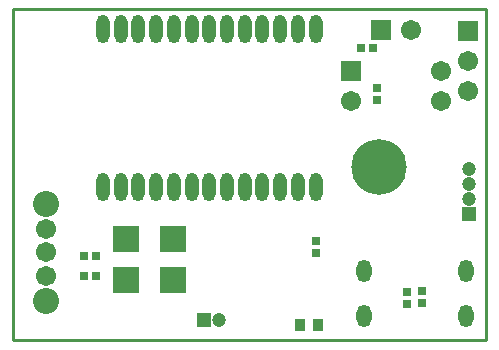
<source format=gbs>
%FSLAX25Y25*%
%MOIN*%
G70*
G01*
G75*
G04 Layer_Color=16711935*
%ADD10C,0.01500*%
%ADD11C,0.00800*%
%ADD12C,0.02000*%
%ADD13C,0.01000*%
%ADD14C,0.04000*%
%ADD15R,0.04724X0.09843*%
%ADD16R,0.02756X0.03347*%
%ADD17R,0.02362X0.02362*%
%ADD18O,0.00984X0.04724*%
%ADD19O,0.04724X0.00984*%
%ADD20O,0.04724X0.01772*%
%ADD21O,0.01772X0.04724*%
%ADD22R,0.04724X0.01772*%
%ADD23R,0.02362X0.02362*%
%ADD24R,0.04331X0.04724*%
%ADD25R,0.05118X0.03937*%
%ADD26R,0.07087X0.03937*%
%ADD27R,0.02756X0.04724*%
%ADD28R,0.02992X0.04724*%
%ADD29R,0.03150X0.04724*%
%ADD30R,0.03347X0.02756*%
%ADD31R,0.04724X0.01969*%
%ADD32R,0.03937X0.03150*%
%ADD33R,0.03937X0.07087*%
%ADD34C,0.03000*%
%ADD35C,0.03500*%
%ADD36C,0.17716*%
%ADD37C,0.07874*%
%ADD38C,0.05906*%
%ADD39R,0.05906X0.05906*%
%ADD40R,0.03937X0.03937*%
%ADD41C,0.03937*%
%ADD42O,0.04331X0.06693*%
%ADD43R,0.03937X0.03937*%
%ADD44R,0.05906X0.05906*%
%ADD45C,0.03000*%
%ADD46C,0.02000*%
%ADD47R,0.07874X0.07874*%
%ADD48O,0.03543X0.08661*%
%ADD49C,0.00500*%
%ADD50C,0.02362*%
%ADD51C,0.00984*%
%ADD52C,0.00787*%
%ADD53C,0.00591*%
%ADD54R,0.05524X0.10642*%
%ADD55R,0.03556X0.04147*%
%ADD56R,0.03162X0.03162*%
%ADD57O,0.01784X0.05524*%
%ADD58O,0.05524X0.01784*%
%ADD59O,0.05524X0.02572*%
%ADD60O,0.02572X0.05524*%
%ADD61R,0.05524X0.02572*%
%ADD62R,0.03162X0.03162*%
%ADD63R,0.05131X0.05524*%
%ADD64R,0.05918X0.04737*%
%ADD65R,0.07887X0.04737*%
%ADD66R,0.03556X0.05524*%
%ADD67R,0.03792X0.05524*%
%ADD68R,0.03950X0.05524*%
%ADD69R,0.04147X0.03556*%
%ADD70R,0.05524X0.02769*%
%ADD71R,0.04737X0.03950*%
%ADD72R,0.04737X0.07887*%
%ADD73C,0.18517*%
%ADD74C,0.08674*%
%ADD75C,0.06706*%
%ADD76R,0.06706X0.06706*%
%ADD77R,0.04737X0.04737*%
%ADD78C,0.04737*%
%ADD79O,0.05131X0.07493*%
%ADD80R,0.04737X0.04737*%
%ADD81R,0.06706X0.06706*%
%ADD82R,0.08674X0.08674*%
%ADD83O,0.04343X0.09461*%
D13*
X0Y0D02*
X157480D01*
Y-110236D02*
Y0D01*
X0Y-110236D02*
X157480D01*
X0D02*
Y0D01*
D55*
X101406Y-105200D02*
D03*
X95500D02*
D03*
D56*
X27400Y-82300D02*
D03*
X23463D02*
D03*
X27400Y-88925D02*
D03*
X23463D02*
D03*
X119900Y-13000D02*
D03*
X115963D02*
D03*
D62*
X100800Y-77194D02*
D03*
Y-81132D02*
D03*
X131325Y-94100D02*
D03*
Y-98037D02*
D03*
X136225Y-94000D02*
D03*
Y-97937D02*
D03*
X121147Y-26147D02*
D03*
Y-30084D02*
D03*
D73*
X121800Y-52400D02*
D03*
D74*
X11000Y-64858D02*
D03*
Y-97142D02*
D03*
D75*
Y-81000D02*
D03*
Y-88874D02*
D03*
Y-73126D02*
D03*
X142600Y-30500D02*
D03*
Y-20500D02*
D03*
X112600Y-30500D02*
D03*
X132600Y-6800D02*
D03*
X151700Y-27200D02*
D03*
Y-17200D02*
D03*
D76*
X112600Y-20500D02*
D03*
X122600Y-6800D02*
D03*
D77*
X151900Y-68300D02*
D03*
D78*
Y-63300D02*
D03*
Y-58300D02*
D03*
Y-53300D02*
D03*
X68421Y-103500D02*
D03*
D79*
X150908Y-87100D02*
D03*
X116892Y-102061D02*
D03*
X150908D02*
D03*
X116892Y-87100D02*
D03*
D80*
X63500Y-103500D02*
D03*
D81*
X151700Y-7200D02*
D03*
D82*
X37552Y-90200D02*
D03*
X53300D02*
D03*
X37552Y-76500D02*
D03*
X53300D02*
D03*
D83*
X100733Y-59178D02*
D03*
X94828D02*
D03*
X88922D02*
D03*
X83017D02*
D03*
X77111D02*
D03*
X71206D02*
D03*
X65300D02*
D03*
X59395D02*
D03*
X53489D02*
D03*
X47583D02*
D03*
X41678D02*
D03*
X35772D02*
D03*
X29867D02*
D03*
X100733Y-6422D02*
D03*
X94828D02*
D03*
X88922D02*
D03*
X83017D02*
D03*
X77111D02*
D03*
X71206D02*
D03*
X65300D02*
D03*
X59395D02*
D03*
X53489D02*
D03*
X47583D02*
D03*
X41678D02*
D03*
X35772D02*
D03*
X29867D02*
D03*
M02*

</source>
